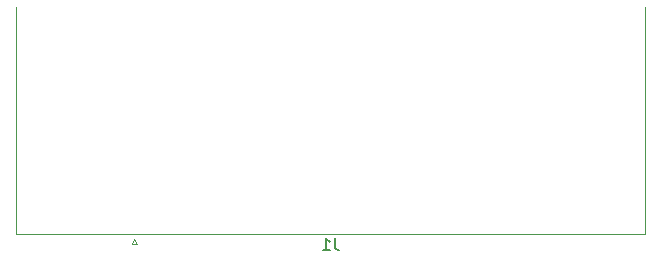
<source format=gbr>
G04 #@! TF.GenerationSoftware,KiCad,Pcbnew,(5.1.2)-1*
G04 #@! TF.CreationDate,2019-10-14T05:56:34-04:00*
G04 #@! TF.ProjectId,HP_9915A_Keyboard,48505f39-3931-4354-915f-4b6579626f61,rev?*
G04 #@! TF.SameCoordinates,Original*
G04 #@! TF.FileFunction,Legend,Bot*
G04 #@! TF.FilePolarity,Positive*
%FSLAX46Y46*%
G04 Gerber Fmt 4.6, Leading zero omitted, Abs format (unit mm)*
G04 Created by KiCad (PCBNEW (5.1.2)-1) date 2019-10-14 05:56:34*
%MOMM*%
%LPD*%
G04 APERTURE LIST*
%ADD10C,0.120000*%
%ADD11C,0.150000*%
G04 APERTURE END LIST*
D10*
X119169000Y-63660000D02*
X119169000Y-82860000D01*
X119169000Y-82860000D02*
X172389000Y-82860000D01*
X172389000Y-82860000D02*
X172389000Y-63660000D01*
X128909000Y-83754338D02*
X129409000Y-83754338D01*
X129409000Y-83754338D02*
X129159000Y-83321325D01*
X129159000Y-83321325D02*
X128909000Y-83754338D01*
D11*
X146112333Y-83252380D02*
X146112333Y-83966666D01*
X146159952Y-84109523D01*
X146255190Y-84204761D01*
X146398047Y-84252380D01*
X146493285Y-84252380D01*
X145112333Y-84252380D02*
X145683761Y-84252380D01*
X145398047Y-84252380D02*
X145398047Y-83252380D01*
X145493285Y-83395238D01*
X145588523Y-83490476D01*
X145683761Y-83538095D01*
M02*

</source>
